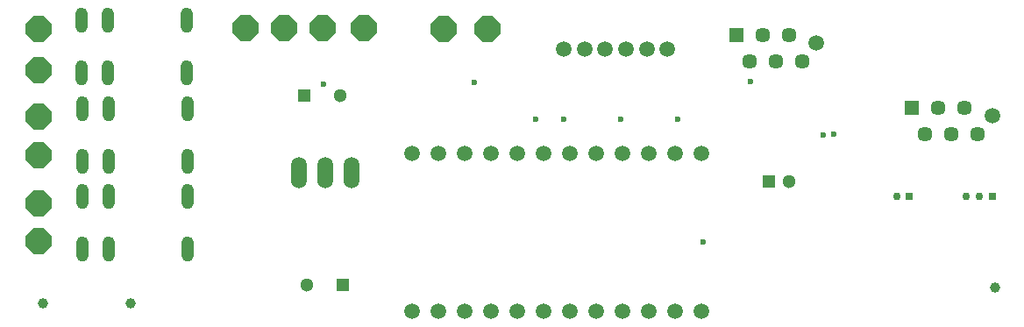
<source format=gts>
G04*
G04 #@! TF.GenerationSoftware,Altium Limited,Altium Designer,20.0.12 (288)*
G04*
G04 Layer_Color=8388736*
%FSLAX42Y42*%
%MOMM*%
G71*
G01*
G75*
%ADD16R,1.30X1.30*%
%ADD17C,1.30*%
%ADD18C,0.75*%
%ADD19R,0.75X0.75*%
%ADD20C,1.50*%
%ADD21C,1.45*%
%ADD22R,1.45X1.45*%
%ADD23C,1.52*%
%ADD24O,1.52X3.05*%
%ADD25P,2.66X8X112.5*%
%ADD26P,2.66X8X22.5*%
%ADD27O,1.22X2.44*%
%ADD28C,1.00*%
%ADD29C,0.60*%
D16*
X7413Y1510D02*
D03*
X3305Y510D02*
D03*
X2929Y2334D02*
D03*
D17*
X7613Y1510D02*
D03*
X2955Y510D02*
D03*
X3279Y2334D02*
D03*
D18*
X8649Y1363D02*
D03*
X9324D02*
D03*
X9449D02*
D03*
D19*
X8774D02*
D03*
X9574D02*
D03*
D20*
X9575Y2140D02*
D03*
X7878Y2845D02*
D03*
D21*
X9435Y1960D02*
D03*
X9308Y2214D02*
D03*
X8927Y1960D02*
D03*
X9054Y2214D02*
D03*
X9181Y1960D02*
D03*
X7738Y2665D02*
D03*
X7611Y2919D02*
D03*
X7230Y2665D02*
D03*
X7357Y2919D02*
D03*
X7484Y2665D02*
D03*
D22*
X8800Y2214D02*
D03*
X7103Y2919D02*
D03*
D23*
X3969Y1776D02*
D03*
X4223D02*
D03*
X4477D02*
D03*
X4731D02*
D03*
X4985D02*
D03*
X5239D02*
D03*
X5493D02*
D03*
X5747D02*
D03*
X6001D02*
D03*
X6255D02*
D03*
X6509D02*
D03*
X6763D02*
D03*
Y252D02*
D03*
X6509D02*
D03*
X6255D02*
D03*
X6001D02*
D03*
X5747D02*
D03*
X5493D02*
D03*
X5239D02*
D03*
X4985D02*
D03*
X4731D02*
D03*
X4477D02*
D03*
X4223D02*
D03*
X3969D02*
D03*
X5436Y2786D02*
D03*
X5636D02*
D03*
X5836D02*
D03*
X6036D02*
D03*
X6236D02*
D03*
X6436D02*
D03*
D24*
X3389Y1589D02*
D03*
X3135D02*
D03*
X2881D02*
D03*
D25*
X360Y2129D02*
D03*
X3508Y2986D02*
D03*
X360Y2580D02*
D03*
Y1759D02*
D03*
Y927D02*
D03*
D26*
X2363Y2986D02*
D03*
X2738D02*
D03*
X3108D02*
D03*
X360Y1296D02*
D03*
Y2979D02*
D03*
X4701D02*
D03*
X4272D02*
D03*
D27*
X786Y1705D02*
D03*
X1040D02*
D03*
X1802D02*
D03*
Y2213D02*
D03*
X1040D02*
D03*
X786D02*
D03*
Y854D02*
D03*
X1040D02*
D03*
X1802D02*
D03*
Y1362D02*
D03*
X1040D02*
D03*
X786D02*
D03*
X780Y2559D02*
D03*
X1034D02*
D03*
X1796D02*
D03*
Y3067D02*
D03*
X1034D02*
D03*
X780D02*
D03*
D28*
X1255Y325D02*
D03*
X405D02*
D03*
X9599Y483D02*
D03*
D29*
X8044Y1961D02*
D03*
X7943Y1953D02*
D03*
X7238Y2469D02*
D03*
X6779Y925D02*
D03*
X4571Y2459D02*
D03*
X3117Y2446D02*
D03*
X6536Y2103D02*
D03*
X5161D02*
D03*
X5432D02*
D03*
X5986D02*
D03*
M02*

</source>
